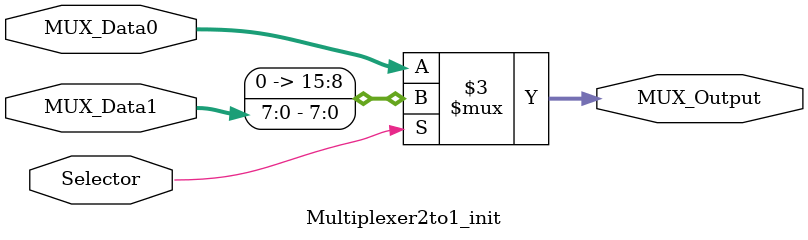
<source format=sv>
/******************************************************************
* Description
*	This is a  an 2to1 multiplexer that can be parameterized in its bit-width.
*	1.0
* Author:
*	Dr. José Luis Pizano Escalante
* email:
*	luispizano@iteso.mx
* Date:
*	01/03/2014
******************************************************************/

module Multiplexer2to1_init
#(
	parameter NBits=16
)
(
	input Selector,
	input [NBits-1:0] MUX_Data0,
	input [7:0] MUX_Data1,
	
	output reg [NBits-1:0] MUX_Output

);

	always@(Selector,MUX_Data1,MUX_Data0) begin
		if(Selector)
			MUX_Output = {8'b0, MUX_Data1};
		else
			MUX_Output = MUX_Data0;
	end

endmodule

</source>
